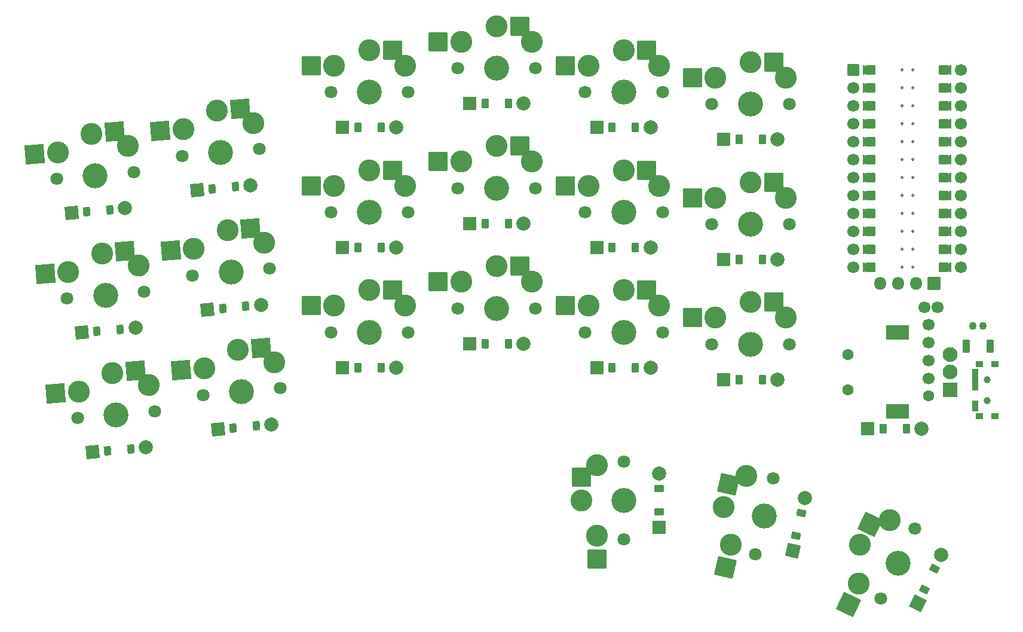
<source format=gbr>
%TF.GenerationSoftware,KiCad,Pcbnew,(6.0.6)*%
%TF.CreationDate,2022-07-14T02:02:08+02:00*%
%TF.ProjectId,main_wired2,6d61696e-5f77-4697-9265-64322e6b6963,v1.0.0*%
%TF.SameCoordinates,Original*%
%TF.FileFunction,Soldermask,Top*%
%TF.FilePolarity,Negative*%
%FSLAX46Y46*%
G04 Gerber Fmt 4.6, Leading zero omitted, Abs format (unit mm)*
G04 Created by KiCad (PCBNEW (6.0.6)) date 2022-07-14 02:02:08*
%MOMM*%
%LPD*%
G01*
G04 APERTURE LIST*
G04 Aperture macros list*
%AMRoundRect*
0 Rectangle with rounded corners*
0 $1 Rounding radius*
0 $2 $3 $4 $5 $6 $7 $8 $9 X,Y pos of 4 corners*
0 Add a 4 corners polygon primitive as box body*
4,1,4,$2,$3,$4,$5,$6,$7,$8,$9,$2,$3,0*
0 Add four circle primitives for the rounded corners*
1,1,$1+$1,$2,$3*
1,1,$1+$1,$4,$5*
1,1,$1+$1,$6,$7*
1,1,$1+$1,$8,$9*
0 Add four rect primitives between the rounded corners*
20,1,$1+$1,$2,$3,$4,$5,0*
20,1,$1+$1,$4,$5,$6,$7,0*
20,1,$1+$1,$6,$7,$8,$9,0*
20,1,$1+$1,$8,$9,$2,$3,0*%
%AMFreePoly0*
4,1,14,0.635355,0.435355,0.650000,0.400000,0.650000,0.200000,0.635355,0.164645,0.035355,-0.435355,0.000000,-0.450000,-0.035355,-0.435355,-0.635355,0.164645,-0.650000,0.200000,-0.650000,0.400000,-0.635355,0.435355,-0.600000,0.450000,0.600000,0.450000,0.635355,0.435355,0.635355,0.435355,$1*%
%AMFreePoly1*
4,1,16,0.635355,1.035355,0.650000,1.000000,0.650000,-0.250000,0.635355,-0.285355,0.600000,-0.300000,-0.600000,-0.300000,-0.635355,-0.285355,-0.650000,-0.250000,-0.650000,1.000000,-0.635355,1.035355,-0.600000,1.050000,-0.564645,1.035355,0.000000,0.470710,0.564645,1.035355,0.600000,1.050000,0.635355,1.035355,0.635355,1.035355,$1*%
G04 Aperture macros list end*
%ADD10C,0.250000*%
%ADD11C,0.100000*%
%ADD12C,1.100000*%
%ADD13C,2.005000*%
%ADD14RoundRect,0.050000X0.342009X-0.667480X0.736543X0.141435X-0.342009X0.667480X-0.736543X-0.141435X0*%
%ADD15RoundRect,0.050000X0.409316X-1.188740X1.188740X0.409316X-0.409316X1.188740X-1.188740X-0.409316X0*%
%ADD16RoundRect,0.050000X-0.450000X-0.600000X0.450000X-0.600000X0.450000X0.600000X-0.450000X0.600000X0*%
%ADD17RoundRect,0.050000X-0.889000X-0.889000X0.889000X-0.889000X0.889000X0.889000X-0.889000X0.889000X0*%
%ADD18C,3.100000*%
%ADD19C,3.529000*%
%ADD20C,1.801800*%
%ADD21RoundRect,0.050000X0.974245X-1.559117X1.559117X0.974245X-0.974245X1.559117X-1.559117X-0.974245X0*%
%ADD22RoundRect,0.050000X-0.395994X-0.636937X0.500581X-0.558497X0.395994X0.636937X-0.500581X0.558497X0*%
%ADD23RoundRect,0.050000X-0.808136X-0.963099X0.963099X-0.808136X0.808136X0.963099X-0.963099X0.808136X0*%
%ADD24RoundRect,0.050000X0.598550X-1.738315X1.738315X0.598550X-0.598550X1.738315X-1.738315X-0.598550X0*%
%ADD25RoundRect,0.050000X-1.300000X-1.300000X1.300000X-1.300000X1.300000X1.300000X-1.300000X1.300000X0*%
%ADD26C,1.700000*%
%ADD27FreePoly0,270.000000*%
%ADD28FreePoly0,90.000000*%
%ADD29RoundRect,0.050000X-0.800000X0.800000X-0.800000X-0.800000X0.800000X-0.800000X0.800000X0.800000X0*%
%ADD30FreePoly1,270.000000*%
%ADD31FreePoly1,90.000000*%
%ADD32RoundRect,0.050000X0.600000X-0.450000X0.600000X0.450000X-0.600000X0.450000X-0.600000X-0.450000X0*%
%ADD33RoundRect,0.050000X0.889000X-0.889000X0.889000X0.889000X-0.889000X0.889000X-0.889000X-0.889000X0*%
%ADD34RoundRect,0.050000X-1.181751X-1.408356X1.408356X-1.181751X1.181751X1.408356X-1.408356X1.181751X0*%
%ADD35RoundRect,0.050000X-0.850000X-0.850000X0.850000X-0.850000X0.850000X0.850000X-0.850000X0.850000X0*%
%ADD36O,1.800000X1.800000*%
%ADD37RoundRect,0.050000X-0.450000X-0.850000X0.450000X-0.850000X0.450000X0.850000X-0.450000X0.850000X0*%
%ADD38RoundRect,0.050000X-0.500000X-0.400000X0.500000X-0.400000X0.500000X0.400000X-0.500000X0.400000X0*%
%ADD39C,1.000000*%
%ADD40RoundRect,0.050000X-0.350000X-0.750000X0.350000X-0.750000X0.350000X0.750000X-0.350000X0.750000X0*%
%ADD41C,1.600000*%
%ADD42RoundRect,0.050000X1.300000X-1.300000X1.300000X1.300000X-1.300000X1.300000X-1.300000X-1.300000X0*%
%ADD43RoundRect,0.050000X1.600000X1.000000X-1.600000X1.000000X-1.600000X-1.000000X1.600000X-1.000000X0*%
%ADD44RoundRect,0.050000X1.000000X1.000000X-1.000000X1.000000X-1.000000X-1.000000X1.000000X-1.000000X0*%
%ADD45C,2.100000*%
%ADD46RoundRect,0.050000X0.483394X-0.573437X0.685850X0.303496X-0.483394X0.573437X-0.685850X-0.303496X0*%
%ADD47RoundRect,0.050000X0.666234X-1.066196X1.066196X0.666234X-0.666234X1.066196X-1.066196X-0.666234X0*%
G04 APERTURE END LIST*
D10*
%TO.C,MCU1*%
X122914817Y27821935D02*
G75*
G03*
X122914817Y27821935I-125000J0D01*
G01*
X122914817Y43061935D02*
G75*
G03*
X122914817Y43061935I-125000J0D01*
G01*
X122914817Y22741935D02*
G75*
G03*
X122914817Y22741935I-125000J0D01*
G01*
X121390817Y32901935D02*
G75*
G03*
X121390817Y32901935I-125000J0D01*
G01*
X121390817Y48141935D02*
G75*
G03*
X121390817Y48141935I-125000J0D01*
G01*
X122914817Y40521935D02*
G75*
G03*
X122914817Y40521935I-125000J0D01*
G01*
X121390817Y40521935D02*
G75*
G03*
X121390817Y40521935I-125000J0D01*
G01*
X122914817Y48141935D02*
G75*
G03*
X122914817Y48141935I-125000J0D01*
G01*
X121390817Y35441935D02*
G75*
G03*
X121390817Y35441935I-125000J0D01*
G01*
X122914817Y25281935D02*
G75*
G03*
X122914817Y25281935I-125000J0D01*
G01*
X121390817Y45601935D02*
G75*
G03*
X121390817Y45601935I-125000J0D01*
G01*
X121390817Y27821935D02*
G75*
G03*
X121390817Y27821935I-125000J0D01*
G01*
X122914817Y45601935D02*
G75*
G03*
X122914817Y45601935I-125000J0D01*
G01*
X122914817Y37981935D02*
G75*
G03*
X122914817Y37981935I-125000J0D01*
G01*
X121390817Y37981935D02*
G75*
G03*
X121390817Y37981935I-125000J0D01*
G01*
X121390817Y30361935D02*
G75*
G03*
X121390817Y30361935I-125000J0D01*
G01*
X122914817Y50681935D02*
G75*
G03*
X122914817Y50681935I-125000J0D01*
G01*
X122914817Y30361935D02*
G75*
G03*
X122914817Y30361935I-125000J0D01*
G01*
X122914817Y32901935D02*
G75*
G03*
X122914817Y32901935I-125000J0D01*
G01*
X121390817Y50681935D02*
G75*
G03*
X121390817Y50681935I-125000J0D01*
G01*
X121390817Y22741935D02*
G75*
G03*
X121390817Y22741935I-125000J0D01*
G01*
X121390817Y25281935D02*
G75*
G03*
X121390817Y25281935I-125000J0D01*
G01*
X122914817Y35441935D02*
G75*
G03*
X122914817Y35441935I-125000J0D01*
G01*
X121390817Y43061935D02*
G75*
G03*
X121390817Y43061935I-125000J0D01*
G01*
G36*
X128123817Y40013935D02*
G01*
X127107817Y40013935D01*
X127107817Y41029935D01*
X128123817Y41029935D01*
X128123817Y40013935D01*
G37*
D11*
X128123817Y40013935D02*
X127107817Y40013935D01*
X127107817Y41029935D01*
X128123817Y41029935D01*
X128123817Y40013935D01*
G36*
X128123817Y42553935D02*
G01*
X127107817Y42553935D01*
X127107817Y43569935D01*
X128123817Y43569935D01*
X128123817Y42553935D01*
G37*
X128123817Y42553935D02*
X127107817Y42553935D01*
X127107817Y43569935D01*
X128123817Y43569935D01*
X128123817Y42553935D01*
G36*
X116947817Y32393935D02*
G01*
X115931817Y32393935D01*
X115931817Y33409935D01*
X116947817Y33409935D01*
X116947817Y32393935D01*
G37*
X116947817Y32393935D02*
X115931817Y32393935D01*
X115931817Y33409935D01*
X116947817Y33409935D01*
X116947817Y32393935D01*
G36*
X116947817Y22233935D02*
G01*
X115931817Y22233935D01*
X115931817Y23249935D01*
X116947817Y23249935D01*
X116947817Y22233935D01*
G37*
X116947817Y22233935D02*
X115931817Y22233935D01*
X115931817Y23249935D01*
X116947817Y23249935D01*
X116947817Y22233935D01*
G36*
X128123817Y32393935D02*
G01*
X127107817Y32393935D01*
X127107817Y33409935D01*
X128123817Y33409935D01*
X128123817Y32393935D01*
G37*
X128123817Y32393935D02*
X127107817Y32393935D01*
X127107817Y33409935D01*
X128123817Y33409935D01*
X128123817Y32393935D01*
G36*
X116947817Y45093935D02*
G01*
X115931817Y45093935D01*
X115931817Y46109935D01*
X116947817Y46109935D01*
X116947817Y45093935D01*
G37*
X116947817Y45093935D02*
X115931817Y45093935D01*
X115931817Y46109935D01*
X116947817Y46109935D01*
X116947817Y45093935D01*
G36*
X116947817Y24773935D02*
G01*
X115931817Y24773935D01*
X115931817Y25789935D01*
X116947817Y25789935D01*
X116947817Y24773935D01*
G37*
X116947817Y24773935D02*
X115931817Y24773935D01*
X115931817Y25789935D01*
X116947817Y25789935D01*
X116947817Y24773935D01*
G36*
X116947817Y47633935D02*
G01*
X115931817Y47633935D01*
X115931817Y48649935D01*
X116947817Y48649935D01*
X116947817Y47633935D01*
G37*
X116947817Y47633935D02*
X115931817Y47633935D01*
X115931817Y48649935D01*
X116947817Y48649935D01*
X116947817Y47633935D01*
G36*
X128123817Y27313935D02*
G01*
X127107817Y27313935D01*
X127107817Y28329935D01*
X128123817Y28329935D01*
X128123817Y27313935D01*
G37*
X128123817Y27313935D02*
X127107817Y27313935D01*
X127107817Y28329935D01*
X128123817Y28329935D01*
X128123817Y27313935D01*
G36*
X128123817Y22233935D02*
G01*
X127107817Y22233935D01*
X127107817Y23249935D01*
X128123817Y23249935D01*
X128123817Y22233935D01*
G37*
X128123817Y22233935D02*
X127107817Y22233935D01*
X127107817Y23249935D01*
X128123817Y23249935D01*
X128123817Y22233935D01*
G36*
X128123817Y50173935D02*
G01*
X127107817Y50173935D01*
X127107817Y51189935D01*
X128123817Y51189935D01*
X128123817Y50173935D01*
G37*
X128123817Y50173935D02*
X127107817Y50173935D01*
X127107817Y51189935D01*
X128123817Y51189935D01*
X128123817Y50173935D01*
G36*
X116947817Y50173935D02*
G01*
X115931817Y50173935D01*
X115931817Y51189935D01*
X116947817Y51189935D01*
X116947817Y50173935D01*
G37*
X116947817Y50173935D02*
X115931817Y50173935D01*
X115931817Y51189935D01*
X116947817Y51189935D01*
X116947817Y50173935D01*
G36*
X116947817Y37473935D02*
G01*
X115931817Y37473935D01*
X115931817Y38489935D01*
X116947817Y38489935D01*
X116947817Y37473935D01*
G37*
X116947817Y37473935D02*
X115931817Y37473935D01*
X115931817Y38489935D01*
X116947817Y38489935D01*
X116947817Y37473935D01*
G36*
X116947817Y34933935D02*
G01*
X115931817Y34933935D01*
X115931817Y35949935D01*
X116947817Y35949935D01*
X116947817Y34933935D01*
G37*
X116947817Y34933935D02*
X115931817Y34933935D01*
X115931817Y35949935D01*
X116947817Y35949935D01*
X116947817Y34933935D01*
G36*
X116947817Y42553935D02*
G01*
X115931817Y42553935D01*
X115931817Y43569935D01*
X116947817Y43569935D01*
X116947817Y42553935D01*
G37*
X116947817Y42553935D02*
X115931817Y42553935D01*
X115931817Y43569935D01*
X116947817Y43569935D01*
X116947817Y42553935D01*
G36*
X116947817Y29853935D02*
G01*
X115931817Y29853935D01*
X115931817Y30869935D01*
X116947817Y30869935D01*
X116947817Y29853935D01*
G37*
X116947817Y29853935D02*
X115931817Y29853935D01*
X115931817Y30869935D01*
X116947817Y30869935D01*
X116947817Y29853935D01*
G36*
X116947817Y27313935D02*
G01*
X115931817Y27313935D01*
X115931817Y28329935D01*
X116947817Y28329935D01*
X116947817Y27313935D01*
G37*
X116947817Y27313935D02*
X115931817Y27313935D01*
X115931817Y28329935D01*
X116947817Y28329935D01*
X116947817Y27313935D01*
G36*
X128123817Y34933935D02*
G01*
X127107817Y34933935D01*
X127107817Y35949935D01*
X128123817Y35949935D01*
X128123817Y34933935D01*
G37*
X128123817Y34933935D02*
X127107817Y34933935D01*
X127107817Y35949935D01*
X128123817Y35949935D01*
X128123817Y34933935D01*
G36*
X128123817Y45093935D02*
G01*
X127107817Y45093935D01*
X127107817Y46109935D01*
X128123817Y46109935D01*
X128123817Y45093935D01*
G37*
X128123817Y45093935D02*
X127107817Y45093935D01*
X127107817Y46109935D01*
X128123817Y46109935D01*
X128123817Y45093935D01*
G36*
X128123817Y37473935D02*
G01*
X127107817Y37473935D01*
X127107817Y38489935D01*
X128123817Y38489935D01*
X128123817Y37473935D01*
G37*
X128123817Y37473935D02*
X127107817Y37473935D01*
X127107817Y38489935D01*
X128123817Y38489935D01*
X128123817Y37473935D01*
G36*
X128123817Y29853935D02*
G01*
X127107817Y29853935D01*
X127107817Y30869935D01*
X128123817Y30869935D01*
X128123817Y29853935D01*
G37*
X128123817Y29853935D02*
X127107817Y29853935D01*
X127107817Y30869935D01*
X128123817Y30869935D01*
X128123817Y29853935D01*
G36*
X116947817Y40013935D02*
G01*
X115931817Y40013935D01*
X115931817Y41029935D01*
X116947817Y41029935D01*
X116947817Y40013935D01*
G37*
X116947817Y40013935D02*
X115931817Y40013935D01*
X115931817Y41029935D01*
X116947817Y41029935D01*
X116947817Y40013935D01*
G36*
X128123817Y47633935D02*
G01*
X127107817Y47633935D01*
X127107817Y48649935D01*
X128123817Y48649935D01*
X128123817Y47633935D01*
G37*
X128123817Y47633935D02*
X127107817Y47633935D01*
X127107817Y48649935D01*
X128123817Y48649935D01*
X128123817Y47633935D01*
G36*
X128123817Y24773935D02*
G01*
X127107817Y24773935D01*
X127107817Y25789935D01*
X128123817Y25789935D01*
X128123817Y24773935D01*
G37*
X128123817Y24773935D02*
X127107817Y24773935D01*
X127107817Y25789935D01*
X128123817Y25789935D01*
X128123817Y24773935D01*
%TD*%
D12*
%TO.C,*%
X132777817Y14411938D03*
X131277817Y14411938D03*
%TD*%
D13*
%TO.C,D21*%
X126839807Y-17987099D03*
D14*
X124446301Y-22894514D03*
X125892925Y-19928494D03*
D15*
X123499419Y-24835909D03*
%TD*%
D13*
%TO.C,D12*%
X67637819Y45911938D03*
D16*
X62177819Y45911938D03*
X65477819Y45911938D03*
D17*
X60017819Y45911938D03*
%TD*%
D18*
%TO.C,S20*%
X99231411Y-6825366D03*
X95963041Y-11202324D03*
X96981900Y-16569067D03*
D19*
X101760543Y-12540783D03*
D18*
X95963041Y-11202324D03*
D20*
X102997774Y-7181748D03*
X100523312Y-17899818D03*
D21*
X96699756Y-8011262D03*
X96245185Y-19760129D03*
%TD*%
D13*
%TO.C,D6*%
X28960003Y34320998D03*
D22*
X23520780Y33845128D03*
D23*
X21368999Y33656872D03*
D22*
X26808222Y34132742D03*
%TD*%
D16*
%TO.C,D9*%
X44177820Y42511937D03*
D13*
X49637820Y42511937D03*
D16*
X47477820Y42511937D03*
D17*
X42017820Y42511937D03*
%TD*%
D18*
%TO.C,S21*%
X115113309Y-22069729D03*
X115327817Y-16611343D03*
D20*
X118264601Y-24163018D03*
D19*
X120675642Y-19219651D03*
D18*
X119497020Y-13081789D03*
D20*
X123086683Y-14276284D03*
D18*
X115327817Y-16611343D03*
D24*
X116763483Y-13667792D03*
X113677643Y-25013280D03*
%TD*%
D13*
%TO.C,D14*%
X85637820Y25511940D03*
D16*
X80177820Y25511940D03*
X83477820Y25511940D03*
D17*
X78017820Y25511940D03*
%TD*%
D20*
%TO.C,S12*%
X58327818Y50911937D03*
D18*
X58827818Y54661937D03*
X63827818Y56861937D03*
D20*
X69327818Y50911937D03*
D18*
X63827818Y56861937D03*
D19*
X63827818Y50911937D03*
D18*
X68827818Y54661937D03*
D25*
X67102818Y56861937D03*
X55552818Y54661937D03*
%TD*%
D26*
%TO.C,MCU1*%
X129647817Y43061935D03*
D27*
X127869817Y37981935D03*
X127869817Y40521935D03*
D26*
X114407817Y22741935D03*
X114407817Y48141935D03*
D28*
X116185817Y35441935D03*
X116185817Y45601935D03*
D26*
X114407817Y45601935D03*
X129647817Y22741935D03*
D27*
X127869817Y45601935D03*
X127869817Y30361935D03*
D26*
X129647817Y50681935D03*
D28*
X116185817Y25281935D03*
D26*
X129647817Y37981935D03*
X114407817Y30361935D03*
X114407817Y50681935D03*
X114407817Y35441935D03*
D27*
X127869817Y50681935D03*
D26*
X114407817Y25281935D03*
D28*
X116185817Y40521935D03*
D26*
X129647817Y30361935D03*
X114407817Y37981935D03*
X114407817Y40521935D03*
D27*
X127869817Y27821935D03*
D28*
X116185817Y30361935D03*
D27*
X127869817Y32901935D03*
X127869817Y35441935D03*
X127869817Y43061935D03*
D26*
X129647817Y25281935D03*
D27*
X127869817Y48141935D03*
D28*
X116185817Y48141935D03*
D26*
X114407817Y43061935D03*
X129647817Y48141935D03*
X129647817Y27821935D03*
X114407817Y27821935D03*
D28*
X116185817Y37981935D03*
D29*
X114407817Y50681935D03*
D26*
X129647817Y35441935D03*
D28*
X116185817Y32901935D03*
X116185817Y27821935D03*
D27*
X127869817Y22741935D03*
D28*
X116185817Y50681935D03*
X116185817Y43061935D03*
D26*
X114407817Y32901935D03*
X129647817Y45601935D03*
D28*
X116185817Y22741935D03*
D26*
X129647817Y32901935D03*
D27*
X127869817Y25281935D03*
D26*
X129647817Y40521935D03*
D30*
X126853817Y50681935D03*
X126853817Y48141935D03*
X126853817Y45601935D03*
X126853817Y43061935D03*
X126853817Y40521935D03*
X126853817Y37981935D03*
X126853817Y35441935D03*
X126853817Y32901935D03*
X126853817Y30361935D03*
X126853817Y27821935D03*
X126853817Y25281935D03*
X126853817Y22741935D03*
D31*
X117201817Y22741935D03*
X117201817Y25281935D03*
X117201817Y27821935D03*
X117201817Y30361935D03*
X117201817Y32901935D03*
X117201817Y35441935D03*
X117201817Y37981935D03*
X117201817Y40521935D03*
X117201817Y43061935D03*
X117201817Y45601935D03*
X117201817Y48141935D03*
X117201817Y50681935D03*
%TD*%
D18*
%TO.C,S18*%
X99827820Y51761940D03*
X94827820Y49561940D03*
D20*
X105327820Y45811940D03*
D18*
X99827820Y51761940D03*
X104827820Y49561940D03*
D19*
X99827820Y45811940D03*
D20*
X94327820Y45811940D03*
D25*
X103102820Y51761940D03*
X91552820Y49561940D03*
%TD*%
D13*
%TO.C,D19*%
X86827818Y-6478061D03*
D32*
X86827818Y-11938061D03*
X86827818Y-8638061D03*
D33*
X86827818Y-14098061D03*
%TD*%
D13*
%TO.C,D3*%
X11176663Y31058659D03*
D22*
X5737440Y30582789D03*
D23*
X3585659Y30394533D03*
D22*
X9024882Y30870403D03*
%TD*%
D20*
%TO.C,S2*%
X2947959Y18292902D03*
D18*
X3119222Y22072210D03*
X7908453Y24699617D03*
X7908453Y24699617D03*
X13081169Y22943768D03*
D20*
X13906101Y19251616D03*
D19*
X8427030Y18772259D03*
D34*
X11170991Y24985053D03*
X-143315Y21786775D03*
%TD*%
D18*
%TO.C,S9*%
X45827820Y53461938D03*
D20*
X51327820Y47511938D03*
D18*
X40827820Y51261938D03*
D20*
X40327820Y47511938D03*
D19*
X45827820Y47511938D03*
D18*
X45827820Y53461938D03*
X50827820Y51261938D03*
D25*
X49102820Y53461938D03*
X37552820Y51261938D03*
%TD*%
D35*
%TO.C,OLED1*%
X125827817Y20411938D03*
D36*
X123287817Y20411938D03*
X120747817Y20411938D03*
X118207817Y20411938D03*
%TD*%
D22*
%TO.C,D4*%
X26484075Y-25495D03*
D13*
X31923298Y450375D03*
D22*
X29771517Y262119D03*
D23*
X24332294Y-213751D03*
%TD*%
D37*
%TO.C,*%
X133727819Y11511938D03*
X130327819Y11511938D03*
%TD*%
D18*
%TO.C,S6*%
X19420913Y42269859D03*
D20*
X19249650Y38490551D03*
D18*
X24210144Y44897266D03*
D20*
X30207792Y39449265D03*
D18*
X24210144Y44897266D03*
D19*
X24728721Y38969908D03*
D18*
X29382860Y43141417D03*
D34*
X27472682Y45182702D03*
X16158376Y41984424D03*
%TD*%
D13*
%TO.C,D22*%
X124037820Y-188061D03*
D16*
X118577820Y-188061D03*
X121877820Y-188061D03*
D17*
X116417820Y-188061D03*
%TD*%
D18*
%TO.C,S1*%
X9390103Y7764306D03*
D20*
X15387751Y2316305D03*
D18*
X9390103Y7764306D03*
X14562819Y6008457D03*
X4600872Y5136899D03*
D19*
X9908680Y1836948D03*
D20*
X4429609Y1357591D03*
D34*
X12652641Y8049742D03*
X1338335Y4851464D03*
%TD*%
D16*
%TO.C,D11*%
X62177817Y28911940D03*
D13*
X67637817Y28911940D03*
D17*
X60017817Y28911940D03*
D16*
X65477817Y28911940D03*
%TD*%
D18*
%TO.C,S4*%
X22384207Y8399237D03*
X27173438Y11026644D03*
X27173438Y11026644D03*
D20*
X22212944Y4619929D03*
X33171086Y5578643D03*
D19*
X27692015Y5099286D03*
D18*
X32346154Y9270795D03*
D34*
X30435976Y11312080D03*
X19121670Y8113802D03*
%TD*%
D16*
%TO.C,D15*%
X80177819Y42511939D03*
D13*
X85637819Y42511939D03*
D16*
X83477819Y42511939D03*
D17*
X78017819Y42511939D03*
%TD*%
D13*
%TO.C,D5*%
X30441650Y17385689D03*
D22*
X25002427Y16909819D03*
X28289869Y17197433D03*
D23*
X22850646Y16721563D03*
%TD*%
D16*
%TO.C,D17*%
X98177819Y23811936D03*
D13*
X103637819Y23811936D03*
D16*
X101477819Y23811936D03*
D17*
X96017819Y23811936D03*
%TD*%
D13*
%TO.C,D8*%
X49637818Y25511938D03*
D16*
X44177818Y25511938D03*
X47477818Y25511938D03*
D17*
X42017818Y25511938D03*
%TD*%
D16*
%TO.C,D16*%
X98177820Y6811937D03*
D13*
X103637820Y6811937D03*
D17*
X96017820Y6811937D03*
D16*
X101477820Y6811937D03*
%TD*%
D20*
%TO.C,S8*%
X51327817Y30511940D03*
X40327817Y30511940D03*
D19*
X45827817Y30511940D03*
D18*
X45827817Y36461940D03*
X40827817Y34261940D03*
X45827817Y36461940D03*
X50827817Y34261940D03*
D25*
X49102817Y36461940D03*
X37552817Y34261940D03*
%TD*%
D18*
%TO.C,S17*%
X99827820Y34761939D03*
D20*
X105327820Y28811939D03*
D18*
X94827820Y32561939D03*
D20*
X94327820Y28811939D03*
D18*
X104827820Y32561939D03*
D19*
X99827820Y28811939D03*
D18*
X99827820Y34761939D03*
D25*
X103102820Y34761939D03*
X91552820Y32561939D03*
%TD*%
D38*
%TO.C,*%
X134457821Y8961939D03*
D39*
X133357821Y6811939D03*
X133357821Y3811939D03*
D38*
X132247821Y8961939D03*
X134457821Y1661939D03*
X132247821Y1661939D03*
D39*
X133357821Y6811939D03*
X133357821Y3811939D03*
D40*
X131597821Y3061939D03*
X131597821Y6061939D03*
X131597821Y7561939D03*
%TD*%
D16*
%TO.C,D10*%
X62177817Y11911938D03*
D13*
X67637817Y11911938D03*
D16*
X65477817Y11911938D03*
D17*
X60017817Y11911938D03*
%TD*%
D19*
%TO.C,S11*%
X63827819Y33911939D03*
D20*
X69327819Y33911939D03*
D18*
X68827819Y37661939D03*
X63827819Y39861939D03*
X63827819Y39861939D03*
X58827819Y37661939D03*
D20*
X58327819Y33911939D03*
D25*
X67102819Y39861939D03*
X55552819Y37661939D03*
%TD*%
D41*
%TO.C,REF\u002A\u002A*%
X125052819Y4511939D03*
D26*
X125052819Y14621939D03*
X125052819Y12081939D03*
X125052819Y9541939D03*
X125052819Y7001939D03*
X126277819Y17011939D03*
X124427819Y17011939D03*
%TD*%
D19*
%TO.C,S16*%
X99827820Y11811938D03*
D18*
X99827820Y17761938D03*
X99827820Y17761938D03*
D20*
X105327820Y11811938D03*
X94327820Y11811938D03*
D18*
X104827820Y15561938D03*
X94827820Y15561938D03*
D25*
X103102820Y17761938D03*
X91552820Y15561938D03*
%TD*%
D20*
%TO.C,S19*%
X81827821Y-15788060D03*
D18*
X75877821Y-10288060D03*
D20*
X81827821Y-4788060D03*
D18*
X78077821Y-15288060D03*
X75877821Y-10288060D03*
X78077821Y-5288060D03*
D19*
X81827821Y-10288060D03*
D42*
X75877821Y-7013060D03*
X78077821Y-18563060D03*
%TD*%
D22*
%TO.C,D2*%
X7219088Y13647483D03*
D13*
X12658311Y14123353D03*
D22*
X10506530Y13935097D03*
D23*
X5067307Y13459227D03*
%TD*%
D20*
%TO.C,S5*%
X20731300Y21555236D03*
D19*
X26210371Y22034593D03*
D20*
X31689442Y22513950D03*
D18*
X25691794Y27961951D03*
X25691794Y27961951D03*
X30864510Y26206102D03*
X20902563Y25334544D03*
D34*
X28954332Y28247387D03*
X17640026Y25049109D03*
%TD*%
D16*
%TO.C,D18*%
X98177818Y40811939D03*
D13*
X103637818Y40811939D03*
D16*
X101477818Y40811939D03*
D17*
X96017818Y40811939D03*
%TD*%
D18*
%TO.C,S14*%
X76827819Y34261935D03*
D20*
X76327819Y30511935D03*
D18*
X81827819Y36461935D03*
X81827819Y36461935D03*
X86827819Y34261935D03*
D19*
X81827819Y30511935D03*
D20*
X87327819Y30511935D03*
D25*
X85102819Y36461935D03*
X73552819Y34261935D03*
%TD*%
D43*
%TO.C,ROT1*%
X120607394Y2271825D03*
X120607394Y13471825D03*
D41*
X113607394Y5371825D03*
X113607394Y10371825D03*
D44*
X128107394Y5371825D03*
D45*
X128107394Y10371825D03*
X128107394Y7871825D03*
%TD*%
D13*
%TO.C,D7*%
X49637821Y8511938D03*
D16*
X44177821Y8511938D03*
D17*
X42017821Y8511938D03*
D16*
X47477821Y8511938D03*
%TD*%
D13*
%TO.C,D13*%
X85637821Y8511940D03*
D16*
X80177821Y8511940D03*
X83477821Y8511940D03*
D17*
X78017821Y8511940D03*
%TD*%
D18*
%TO.C,S15*%
X76827820Y51261935D03*
D19*
X81827820Y47511935D03*
D18*
X86827820Y51261935D03*
X81827820Y53461935D03*
D20*
X76327820Y47511935D03*
X87327820Y47511935D03*
D18*
X81827820Y53461935D03*
D25*
X85102820Y53461935D03*
X73552820Y51261935D03*
%TD*%
D18*
%TO.C,S10*%
X58827818Y20661938D03*
D19*
X63827818Y16911938D03*
D20*
X58327818Y16911938D03*
D18*
X63827818Y22861938D03*
X68827818Y20661938D03*
X63827818Y22861938D03*
D20*
X69327818Y16911938D03*
D25*
X67102818Y22861938D03*
X55552818Y20661938D03*
%TD*%
D13*
%TO.C,D20*%
X107489457Y-9953188D03*
D46*
X106261224Y-15273249D03*
X107003562Y-12057827D03*
D47*
X105775329Y-17377888D03*
%TD*%
D19*
%TO.C,S13*%
X81827818Y13511937D03*
D18*
X81827818Y19461937D03*
D20*
X76327818Y13511937D03*
D18*
X76827818Y17261937D03*
D20*
X87327818Y13511937D03*
D18*
X86827818Y17261937D03*
X81827818Y19461937D03*
D25*
X85102818Y19461937D03*
X73552818Y17261937D03*
%TD*%
D20*
%TO.C,S7*%
X40327817Y13511941D03*
D19*
X45827817Y13511941D03*
D18*
X45827817Y19461941D03*
X45827817Y19461941D03*
D20*
X51327817Y13511941D03*
D18*
X50827817Y17261941D03*
X40827817Y17261941D03*
D25*
X49102817Y19461941D03*
X37552817Y17261941D03*
%TD*%
D13*
%TO.C,D1*%
X14139959Y-2811958D03*
D22*
X8700736Y-3287828D03*
X11988178Y-3000214D03*
D23*
X6548955Y-3476084D03*
%TD*%
D20*
%TO.C,S3*%
X1466312Y35228214D03*
D18*
X11599522Y39879080D03*
D20*
X12424454Y36186928D03*
D18*
X1637575Y39007522D03*
X6426806Y41634929D03*
D19*
X6945383Y35707571D03*
D18*
X6426806Y41634929D03*
D34*
X9689344Y41920365D03*
X-1624962Y38722087D03*
%TD*%
M02*

</source>
